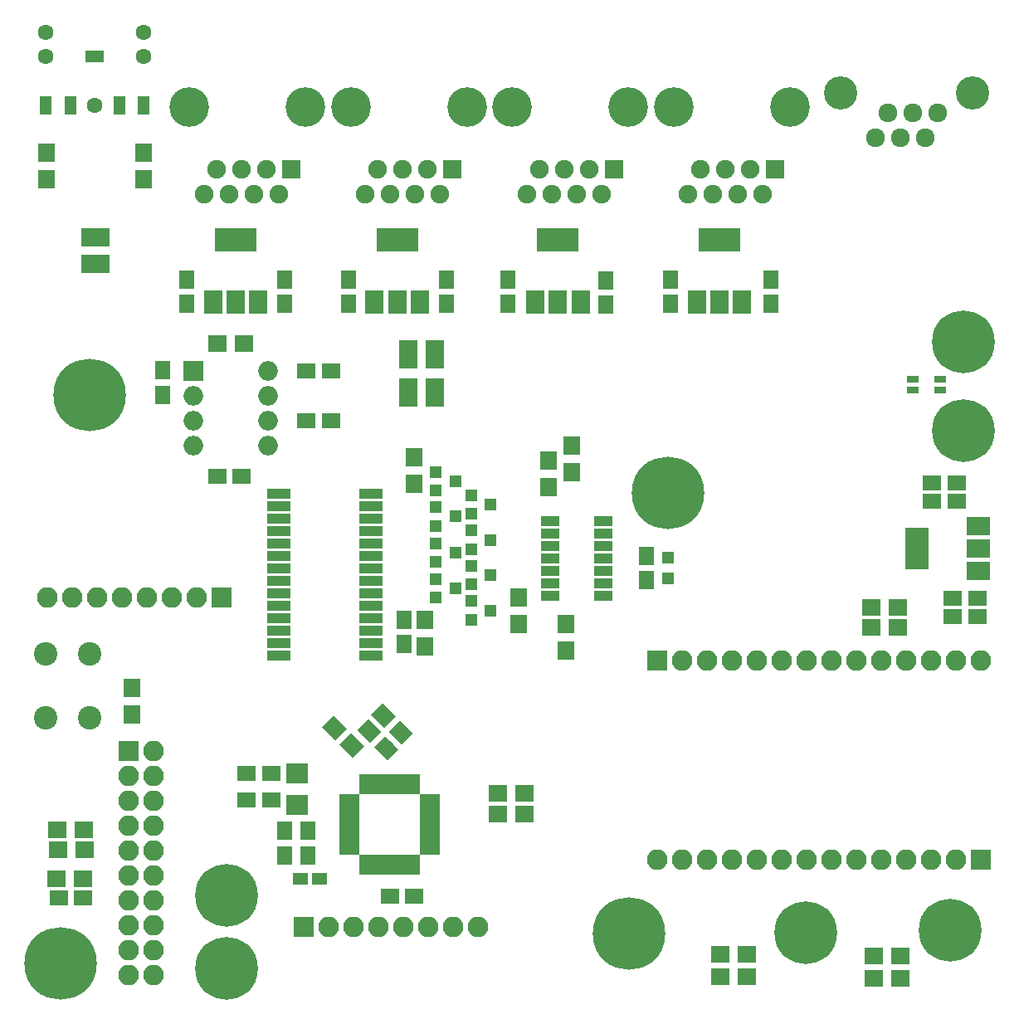
<source format=gts>
G04 #@! TF.GenerationSoftware,KiCad,Pcbnew,(5.0.0-rc2-dev-340-g7483a73a5)*
G04 #@! TF.CreationDate,2018-04-20T19:56:18+02:00*
G04 #@! TF.ProjectId,AudiA6Main,4175646941364D61696E2E6B69636164,rev?*
G04 #@! TF.SameCoordinates,Original*
G04 #@! TF.FileFunction,Soldermask,Top*
G04 #@! TF.FilePolarity,Negative*
%FSLAX46Y46*%
G04 Gerber Fmt 4.6, Leading zero omitted, Abs format (unit mm)*
G04 Created by KiCad (PCBNEW (5.0.0-rc2-dev-340-g7483a73a5)) date 04/20/18 19:56:18*
%MOMM*%
%LPD*%
G01*
G04 APERTURE LIST*
%ADD10R,2.400000X1.000000*%
%ADD11C,7.400000*%
%ADD12R,1.900000X1.650000*%
%ADD13R,1.650000X1.900000*%
%ADD14C,1.650000*%
%ADD15C,0.100000*%
%ADD16R,1.300000X1.200000*%
%ADD17R,1.300000X0.800000*%
%ADD18R,2.000000X0.700000*%
%ADD19R,0.700000X2.000000*%
%ADD20C,3.400000*%
%ADD21C,1.920000*%
%ADD22R,1.200000X1.900000*%
%ADD23C,1.600000*%
%ADD24R,1.900000X1.200000*%
%ADD25O,2.100000X2.100000*%
%ADD26R,2.100000X2.100000*%
%ADD27C,1.900000*%
%ADD28R,1.900000X1.900000*%
%ADD29C,4.050000*%
%ADD30R,1.900000X1.000000*%
%ADD31R,1.600000X1.150000*%
%ADD32R,1.700000X1.900000*%
%ADD33R,1.900000X1.700000*%
%ADD34C,2.400000*%
%ADD35C,6.399480*%
%ADD36R,1.960000X1.050000*%
%ADD37R,1.050000X1.960000*%
%ADD38R,2.400000X1.900000*%
%ADD39R,2.400000X4.200000*%
%ADD40O,2.000000X2.000000*%
%ADD41R,2.000000X2.000000*%
%ADD42R,4.200000X2.400000*%
%ADD43R,1.900000X2.400000*%
%ADD44R,2.200000X2.150000*%
G04 APERTURE END LIST*
D10*
X84450000Y-93545000D03*
X84450000Y-94815000D03*
X84450000Y-96085000D03*
X84450000Y-97355000D03*
X84450000Y-98625000D03*
X84450000Y-99895000D03*
X84450000Y-101165000D03*
X84450000Y-102435000D03*
X84450000Y-103705000D03*
X84450000Y-104975000D03*
X84450000Y-106245000D03*
X84450000Y-107515000D03*
X84450000Y-108785000D03*
X84450000Y-110055000D03*
X75050000Y-110055000D03*
X75050000Y-108785000D03*
X75050000Y-107515000D03*
X75050000Y-106245000D03*
X75050000Y-104975000D03*
X75050000Y-103705000D03*
X75050000Y-102435000D03*
X75050000Y-101165000D03*
X75050000Y-99895000D03*
X75050000Y-98625000D03*
X75050000Y-97355000D03*
X75050000Y-96085000D03*
X75050000Y-94815000D03*
X75050000Y-93545000D03*
D11*
X114750000Y-93500000D03*
X55750000Y-83500000D03*
X52750000Y-141500000D03*
D12*
X71750000Y-122150000D03*
X74250000Y-122150000D03*
X71750000Y-124850000D03*
X74250000Y-124850000D03*
X141691903Y-92473186D03*
X144191903Y-92473186D03*
X141691903Y-94373186D03*
X144191903Y-94373186D03*
X143808097Y-106126814D03*
X146308097Y-106126814D03*
X143808097Y-104226814D03*
X146308097Y-104226814D03*
X71250000Y-91850000D03*
X68750000Y-91850000D03*
X80350000Y-81050000D03*
X77850000Y-81050000D03*
D13*
X63200000Y-83500000D03*
X63200000Y-81000000D03*
D12*
X80350000Y-86150000D03*
X77850000Y-86150000D03*
D13*
X87800000Y-108950000D03*
X87800000Y-106450000D03*
X125200000Y-71700000D03*
X125200000Y-74200000D03*
X108400000Y-74300000D03*
X108400000Y-71800000D03*
X75600000Y-71700000D03*
X75600000Y-74200000D03*
X92100000Y-74200000D03*
X92100000Y-71700000D03*
X115000000Y-71700000D03*
X115000000Y-74200000D03*
X98400000Y-74200000D03*
X98400000Y-71700000D03*
X65600000Y-71700000D03*
X65600000Y-74200000D03*
X82100000Y-71700000D03*
X82100000Y-74200000D03*
X112500000Y-99900000D03*
X112500000Y-102400000D03*
D12*
X55050000Y-134850000D03*
X52550000Y-134850000D03*
D14*
X85716117Y-116166117D03*
D15*
G36*
X84461002Y-116077729D02*
X85627729Y-114911002D01*
X86971232Y-116254505D01*
X85804505Y-117421232D01*
X84461002Y-116077729D01*
X84461002Y-116077729D01*
G37*
D14*
X87483883Y-117933883D03*
D15*
G36*
X86228768Y-117845495D02*
X87395495Y-116678768D01*
X88738998Y-118022271D01*
X87572271Y-119188998D01*
X86228768Y-117845495D01*
X86228768Y-117845495D01*
G37*
D13*
X78000000Y-128000000D03*
X78000000Y-130500000D03*
D12*
X88850000Y-134650000D03*
X86350000Y-134650000D03*
D14*
X85983883Y-119533883D03*
D15*
G36*
X84728768Y-119445495D02*
X85895495Y-118278768D01*
X87238998Y-119622271D01*
X86072271Y-120788998D01*
X84728768Y-119445495D01*
X84728768Y-119445495D01*
G37*
D14*
X84216117Y-117766117D03*
D15*
G36*
X82961002Y-117677729D02*
X84127729Y-116511002D01*
X85471232Y-117854505D01*
X84304505Y-119021232D01*
X82961002Y-117677729D01*
X82961002Y-117677729D01*
G37*
D13*
X75600000Y-130500000D03*
X75600000Y-128000000D03*
D14*
X82483883Y-119233883D03*
D15*
G36*
X81228768Y-119145495D02*
X82395495Y-117978768D01*
X83738998Y-119322271D01*
X82572271Y-120488998D01*
X81228768Y-119145495D01*
X81228768Y-119145495D01*
G37*
D14*
X80716117Y-117466117D03*
D15*
G36*
X79461002Y-117377729D02*
X80627729Y-116211002D01*
X81971232Y-117554505D01*
X80804505Y-118721232D01*
X79461002Y-117377729D01*
X79461002Y-117377729D01*
G37*
D16*
X114700000Y-102200000D03*
X114700000Y-100100000D03*
D17*
X142500000Y-83025000D03*
X142500000Y-81875000D03*
X139700000Y-83025000D03*
X139700000Y-81875000D03*
D18*
X82200000Y-124600000D03*
X82200000Y-125100000D03*
X82200000Y-125600000D03*
X82200000Y-126100000D03*
X82200000Y-126600000D03*
X82200000Y-127100000D03*
X82200000Y-127600000D03*
X82200000Y-128100000D03*
X82200000Y-128600000D03*
X82200000Y-129100000D03*
X82200000Y-129600000D03*
X82200000Y-130100000D03*
D19*
X83550000Y-131450000D03*
X84050000Y-131450000D03*
X84550000Y-131450000D03*
X85050000Y-131450000D03*
X85550000Y-131450000D03*
X86050000Y-131450000D03*
X86550000Y-131450000D03*
X87050000Y-131450000D03*
X87550000Y-131450000D03*
X88050000Y-131450000D03*
X88550000Y-131450000D03*
X89050000Y-131450000D03*
D18*
X90400000Y-130100000D03*
X90400000Y-129600000D03*
X90400000Y-129100000D03*
X90400000Y-128600000D03*
X90400000Y-128100000D03*
X90400000Y-127600000D03*
X90400000Y-127100000D03*
X90400000Y-126600000D03*
X90400000Y-126100000D03*
X90400000Y-125600000D03*
X90400000Y-125100000D03*
X90400000Y-124600000D03*
D19*
X89050000Y-123250000D03*
X88550000Y-123250000D03*
X88050000Y-123250000D03*
X87550000Y-123250000D03*
X87050000Y-123250000D03*
X86550000Y-123250000D03*
X86050000Y-123250000D03*
X85550000Y-123250000D03*
X85050000Y-123250000D03*
X84550000Y-123250000D03*
X84050000Y-123250000D03*
X83550000Y-123250000D03*
D20*
X145810000Y-52720000D03*
X132340000Y-52720000D03*
D21*
X137170000Y-54750000D03*
X139710000Y-54750000D03*
X142250000Y-54750000D03*
X135900000Y-57290000D03*
X140980000Y-57290000D03*
X138440000Y-57290000D03*
D22*
X51250000Y-54000000D03*
X61250000Y-54000000D03*
X53750000Y-54000000D03*
X58750000Y-54000000D03*
D23*
X56250000Y-54000000D03*
X51250000Y-49000000D03*
X51250000Y-46500000D03*
X61250000Y-49000000D03*
X61250000Y-46500000D03*
D24*
X56250000Y-49000000D03*
D25*
X51420000Y-104150000D03*
X53960000Y-104150000D03*
X56500000Y-104150000D03*
X59040000Y-104150000D03*
X61580000Y-104150000D03*
X64120000Y-104150000D03*
X66660000Y-104150000D03*
D26*
X69200000Y-104150000D03*
X77600000Y-137750000D03*
D25*
X80140000Y-137750000D03*
X82680000Y-137750000D03*
X85220000Y-137750000D03*
X87760000Y-137750000D03*
X90300000Y-137750000D03*
X92840000Y-137750000D03*
X95380000Y-137750000D03*
D27*
X116774999Y-63004999D03*
X118044999Y-60464999D03*
X119314999Y-63004999D03*
X120584999Y-60464999D03*
X121854999Y-63004999D03*
X123124999Y-60464999D03*
X124394999Y-63004999D03*
D28*
X125664999Y-60464999D03*
D29*
X127154999Y-54114999D03*
X115284999Y-54114999D03*
X98814999Y-54114999D03*
X110684999Y-54114999D03*
D28*
X109194999Y-60464999D03*
D27*
X107924999Y-63004999D03*
X106654999Y-60464999D03*
X105384999Y-63004999D03*
X104114999Y-60464999D03*
X102844999Y-63004999D03*
X101574999Y-60464999D03*
X100304999Y-63004999D03*
X67360000Y-63040000D03*
X68630000Y-60500000D03*
X69900000Y-63040000D03*
X71170000Y-60500000D03*
X72440000Y-63040000D03*
X73710000Y-60500000D03*
X74980000Y-63040000D03*
D28*
X76250000Y-60500000D03*
D29*
X77740000Y-54150000D03*
X65870000Y-54150000D03*
X82370000Y-54150000D03*
X94240000Y-54150000D03*
D28*
X92750000Y-60500000D03*
D27*
X91480000Y-63040000D03*
X90210000Y-60500000D03*
X88940000Y-63040000D03*
X87670000Y-60500000D03*
X86400000Y-63040000D03*
X85130000Y-60500000D03*
X83860000Y-63040000D03*
D30*
X102700000Y-103960000D03*
X102700000Y-102690000D03*
X102700000Y-101420000D03*
X102700000Y-100150000D03*
X102700000Y-98880000D03*
X102700000Y-97610000D03*
X102700000Y-96340000D03*
X108100000Y-96340000D03*
X108100000Y-97610000D03*
X108100000Y-98880000D03*
X108100000Y-100150000D03*
X108100000Y-101420000D03*
X108100000Y-102690000D03*
X108100000Y-103960000D03*
D26*
X146670000Y-130930000D03*
D25*
X144130000Y-130930000D03*
X141590000Y-130930000D03*
X139050000Y-130930000D03*
X136510000Y-130930000D03*
X133970000Y-130930000D03*
X131430000Y-130930000D03*
X128890000Y-130930000D03*
X126350000Y-130930000D03*
X123810000Y-130930000D03*
X121270000Y-130930000D03*
X118730000Y-130930000D03*
X116190000Y-130930000D03*
X113650000Y-130930000D03*
X146680000Y-110610000D03*
X144140000Y-110610000D03*
X141600000Y-110610000D03*
X139060000Y-110610000D03*
X136520000Y-110610000D03*
X133980000Y-110610000D03*
X131440000Y-110610000D03*
X128900000Y-110610000D03*
X126360000Y-110610000D03*
X123820000Y-110610000D03*
X121280000Y-110610000D03*
X118740000Y-110610000D03*
X116200000Y-110610000D03*
D26*
X113660000Y-110610000D03*
D31*
X79150000Y-132850000D03*
X77250000Y-132850000D03*
D25*
X62250000Y-142660000D03*
X59710000Y-142660000D03*
X62250000Y-140120000D03*
X59710000Y-140120000D03*
X62250000Y-137580000D03*
X59710000Y-137580000D03*
X62250000Y-135040000D03*
X59710000Y-135040000D03*
X62250000Y-132500000D03*
X59710000Y-132500000D03*
X62250000Y-129960000D03*
X59710000Y-129960000D03*
X62250000Y-127420000D03*
X59710000Y-127420000D03*
X62250000Y-124880000D03*
X59710000Y-124880000D03*
X62250000Y-122340000D03*
X59710000Y-122340000D03*
X62250000Y-119800000D03*
D26*
X59710000Y-119800000D03*
D16*
X94650000Y-104550000D03*
X94650000Y-106450000D03*
X96650000Y-105500000D03*
X93050000Y-103250000D03*
X91050000Y-104200000D03*
X91050000Y-102300000D03*
X96650000Y-101900000D03*
X94650000Y-102850000D03*
X94650000Y-100950000D03*
X91050000Y-94950000D03*
X91050000Y-96850000D03*
X93050000Y-95900000D03*
X93050000Y-99600000D03*
X91050000Y-100550000D03*
X91050000Y-98650000D03*
X94650000Y-97350000D03*
X94650000Y-99250000D03*
X96650000Y-98300000D03*
X91050000Y-91350000D03*
X91050000Y-93250000D03*
X93050000Y-92300000D03*
X96650000Y-94700000D03*
X94650000Y-95650000D03*
X94650000Y-93750000D03*
D32*
X60000000Y-113400000D03*
X60000000Y-116100000D03*
D33*
X135750000Y-143050000D03*
X138450000Y-143050000D03*
X135700000Y-140750000D03*
X138400000Y-140750000D03*
X120050000Y-140550000D03*
X122750000Y-140550000D03*
X120050000Y-142850000D03*
X122750000Y-142850000D03*
D32*
X61200000Y-61500000D03*
X61200000Y-58800000D03*
X51300000Y-61500000D03*
X51300000Y-58800000D03*
D33*
X71450000Y-78250000D03*
X68750000Y-78250000D03*
X100050000Y-124150000D03*
X97350000Y-124150000D03*
D32*
X89900000Y-106450000D03*
X89900000Y-109150000D03*
D33*
X97350000Y-126250000D03*
X100050000Y-126250000D03*
D32*
X104300000Y-109600000D03*
X104300000Y-106900000D03*
X99500000Y-106850000D03*
X99500000Y-104150000D03*
X104900000Y-91400000D03*
X104900000Y-88700000D03*
X102500000Y-92900000D03*
X102500000Y-90200000D03*
X88800000Y-92600000D03*
X88800000Y-89900000D03*
D33*
X138150000Y-107250000D03*
X135450000Y-107250000D03*
X138150000Y-105150000D03*
X135450000Y-105150000D03*
X52350000Y-132850000D03*
X55050000Y-132850000D03*
X55200000Y-129950000D03*
X52500000Y-129950000D03*
X52450000Y-127850000D03*
X55150000Y-127850000D03*
D34*
X51200000Y-109950000D03*
X55700000Y-109950000D03*
X51200000Y-116450000D03*
X55700000Y-116450000D03*
D35*
X69700000Y-134550000D03*
X69650000Y-142000000D03*
X144900000Y-78050000D03*
X144900000Y-87150000D03*
D36*
X88250000Y-82300000D03*
X88250000Y-83250000D03*
X88250000Y-84200000D03*
X90950000Y-84200000D03*
X90950000Y-82300000D03*
X90950000Y-83250000D03*
X88250000Y-79350000D03*
X88250000Y-80300000D03*
X88250000Y-78400000D03*
X90950000Y-78400000D03*
X90950000Y-79350000D03*
X90950000Y-80300000D03*
D37*
X56300000Y-67400000D03*
X55350000Y-67400000D03*
X57250000Y-67400000D03*
X57250000Y-70100000D03*
X56300000Y-70100000D03*
X55350000Y-70100000D03*
D38*
X146391903Y-101473186D03*
X146391903Y-96873186D03*
X146391903Y-99173186D03*
D39*
X140091903Y-99173186D03*
D40*
X73920000Y-81050000D03*
X66300000Y-88670000D03*
X73920000Y-83590000D03*
X66300000Y-86130000D03*
X73920000Y-86130000D03*
X66300000Y-83590000D03*
X73920000Y-88670000D03*
D41*
X66300000Y-81050000D03*
D42*
X120000000Y-67700000D03*
D43*
X120000000Y-74000000D03*
X122300000Y-74000000D03*
X117700000Y-74000000D03*
X101200000Y-74000000D03*
X105800000Y-74000000D03*
X103500000Y-74000000D03*
D42*
X103500000Y-67700000D03*
X70600000Y-67700000D03*
D43*
X70600000Y-74000000D03*
X72900000Y-74000000D03*
X68300000Y-74000000D03*
X84800000Y-74000000D03*
X89400000Y-74000000D03*
X87100000Y-74000000D03*
D42*
X87100000Y-67700000D03*
D44*
X76900000Y-125350000D03*
X76900000Y-122100000D03*
D11*
X110750000Y-138500000D03*
D35*
X143500000Y-138150000D03*
X128800000Y-138350000D03*
M02*

</source>
